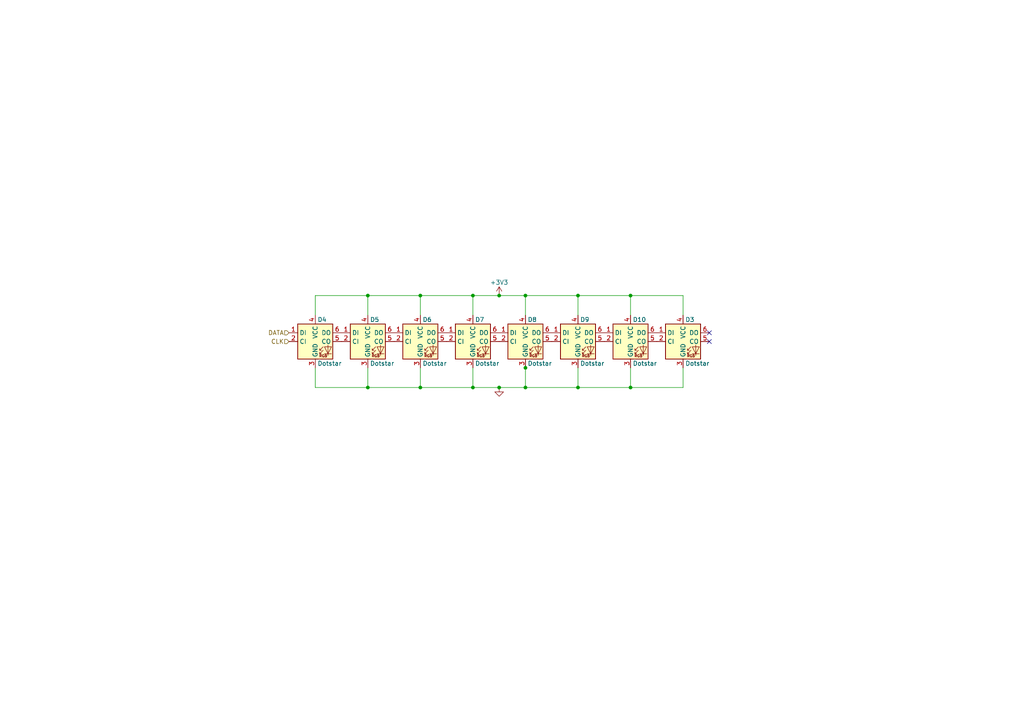
<source format=kicad_sch>
(kicad_sch (version 20211123) (generator eeschema)
  (paper "A4")
  (title_block (title "Castor & Pollux") (date "2022-07-15") (rev "v5") (company "Winterbloom") (comment 1 "Alethea Flowers") (comment 2 "CERN-OHL-P v2") (comment 3 "gemini.wntr.dev"))
  (lib_symbols
    (symbol "power:+3V3" (power) (pin_names (offset 0))
      (property "Value" "+3V3" (at 0 3.556 0))
      (symbol "+3V3_0_1"
        (polyline (pts (xy -0.762 1.27) (xy 0 2.54)))
        (polyline (pts (xy 0 0) (xy 0 2.54)))
        (polyline (pts (xy 0 2.54) (xy 0.762 1.27)))
      )
      (symbol "+3V3_1_1"
        (pin power_in line (at 0 0 90) (length 0) hide (name "+3V3") (number "1"))
      )
    )
    (symbol "power:GND" (power) (pin_names (offset 0))
      (property "Value" "GND" (at 0 -3.81 0))
      (symbol "GND_0_1"
        (polyline (pts (xy 0 0) (xy 0 -1.27) (xy 1.27 -1.27) (xy 0 -2.54) (xy -1.27 -1.27) (xy 0 -1.27)))
      )
      (symbol "GND_1_1"
        (pin power_in line (at 0 0 270) (length 0) hide (name "GND") (number "1"))
      )
    )
    (symbol "winterbloom:Dotstar"
      (property "Reference" "D" (at -3.81 5.715 0))
      (property "Value" "Dotstar" (at 0.635 -5.715 0))
      (symbol "Dotstar_0_0"
        (text "RGB" (at 2.286 -4.191 0) (effects (font (size 0.762 0.762))))
      )
      (symbol "Dotstar_0_1"
        (polyline (pts (xy 1.27 -3.556) (xy 1.778 -3.556)))
        (polyline (pts (xy 1.27 -2.54) (xy 1.778 -2.54)))
        (polyline (pts (xy 4.699 -3.556) (xy 2.667 -3.556)))
        (polyline (pts (xy 2.286 -2.54) (xy 1.27 -3.556) (xy 1.27 -3.048)))
        (polyline (pts (xy 2.286 -1.524) (xy 1.27 -2.54) (xy 1.27 -2.032)))
        (polyline (pts (xy 3.683 -1.016) (xy 3.683 -3.556) (xy 3.683 -4.064)))
        (polyline (pts (xy 4.699 -1.524) (xy 2.667 -1.524) (xy 3.683 -3.556) (xy 4.699 -1.524)))
        (rectangle (start 5.08 5.08) (end -5.08 -5.08) (stroke (width 0.254)) (fill (type background)))
      )
      (symbol "Dotstar_1_1"
        (pin input line (at -7.62 2.54 0) (length 2.54) (name "DI") (number "1"))
        (pin input line (at -7.62 0 0) (length 2.54) (name "CI") (number "2"))
        (pin power_in line (at 0 -7.62 90) (length 2.54) (name "GND") (number "3"))
        (pin power_in line (at 0 7.62 270) (length 2.54) (name "VCC") (number "4"))
        (pin output line (at 7.62 0 180) (length 2.54) (name "CO") (number "5"))
        (pin output line (at 7.62 2.54 180) (length 2.54) (name "DO") (number "6"))
      )
    )
  )
  (junction (at 167.64 112.395))
  (junction (at 106.68 112.395))
  (junction (at 106.68 85.725))
  (junction (at 144.78 112.395))
  (junction (at 152.4 85.725))
  (junction (at 152.4 112.395))
  (junction (at 137.16 85.725))
  (junction (at 182.88 112.395))
  (junction (at 167.64 85.725))
  (junction (at 182.88 85.725))
  (junction (at 121.92 85.725))
  (junction (at 137.16 112.395))
  (junction (at 121.92 112.395))
  (junction (at 144.78 85.725))
  (junction (at 152.4 106.68))
  (no_connect (at 205.74 99.06))
  (no_connect (at 205.74 96.52))
  (wire (pts (xy 137.16 85.725) (xy 137.16 91.44)))
  (wire (pts (xy 121.92 85.725) (xy 121.92 91.44)))
  (wire (pts (xy 198.12 112.395) (xy 182.88 112.395)))
  (wire (pts (xy 182.88 85.725) (xy 167.64 85.725)))
  (wire (pts (xy 91.44 112.395) (xy 91.44 106.68)))
  (wire (pts (xy 182.88 106.68) (xy 182.88 112.395)))
  (wire (pts (xy 106.68 106.68) (xy 106.68 112.395)))
  (wire (pts (xy 152.4 112.395) (xy 144.78 112.395)))
  (wire (pts (xy 106.68 112.395) (xy 91.44 112.395)))
  (wire (pts (xy 121.92 106.68) (xy 121.92 112.395)))
  (wire (pts (xy 137.16 112.395) (xy 121.92 112.395)))
  (wire (pts (xy 182.88 112.395) (xy 167.64 112.395)))
  (wire (pts (xy 198.12 91.44) (xy 198.12 85.725)))
  (wire (pts (xy 152.4 85.725) (xy 152.4 91.44)))
  (wire (pts (xy 152.4 85.725) (xy 144.78 85.725)))
  (wire (pts (xy 182.88 85.725) (xy 182.88 91.44)))
  (wire (pts (xy 144.78 112.395) (xy 137.16 112.395)))
  (wire (pts (xy 137.16 85.725) (xy 144.78 85.725)))
  (wire (pts (xy 167.64 106.68) (xy 167.64 112.395)))
  (wire (pts (xy 121.92 112.395) (xy 106.68 112.395)))
  (wire (pts (xy 91.44 85.725) (xy 106.68 85.725)))
  (wire (pts (xy 106.68 85.725) (xy 106.68 91.44)))
  (wire (pts (xy 152.4 106.68) (xy 152.4 112.395)))
  (wire (pts (xy 152.4 106.045) (xy 152.4 106.68)))
  (wire (pts (xy 167.64 85.725) (xy 152.4 85.725)))
  (wire (pts (xy 106.68 85.725) (xy 121.92 85.725)))
  (wire (pts (xy 198.12 85.725) (xy 182.88 85.725)))
  (wire (pts (xy 121.92 85.725) (xy 137.16 85.725)))
  (wire (pts (xy 137.16 106.68) (xy 137.16 112.395)))
  (wire (pts (xy 167.64 85.725) (xy 167.64 91.44)))
  (wire (pts (xy 167.64 112.395) (xy 152.4 112.395)))
  (wire (pts (xy 198.12 106.68) (xy 198.12 112.395)))
  (wire (pts (xy 91.44 91.44) (xy 91.44 85.725)))
  (hierarchical_label "DATA" (shape input) (at 83.82 96.52 180))
  (hierarchical_label "CLK" (shape input) (at 83.82 99.06 180))
  (symbol (lib_id "winterbloom:Dotstar") (at 182.88 99.06 0) (unit 1)
    (property "Reference" "D10" (at 183.515 92.71 0) (effects (justify left)))
    (property "Value" "Dotstar" (at 183.515 105.41 0) (effects (justify left)))
    (property "Footprint" "winterbloom:LED_APA102_Dotstar_5050" (effects hide))
    (property "Datasheet" "https://www.alibaba.com/product-detail/High-Efficiency-SK9822-Similar-APA102-5050_62326807400.html" (effects hide))
    (property "mpn" "SK9822" (effects hide))
  )
  (symbol (lib_id "winterbloom:Dotstar") (at 167.64 99.06 0) (unit 1)
    (property "Reference" "D9" (at 168.275 92.71 0) (effects (justify left)))
    (property "Value" "Dotstar" (at 168.275 105.41 0) (effects (justify left)))
    (property "Footprint" "winterbloom:LED_APA102_Dotstar_5050" (effects hide))
    (property "Datasheet" "https://www.alibaba.com/product-detail/High-Efficiency-SK9822-Similar-APA102-5050_62326807400.html" (effects hide))
    (property "mpn" "SK9822" (effects hide))
  )
  (symbol (lib_id "winterbloom:Dotstar") (at 91.44 99.06 0) (unit 1)
    (property "Reference" "D4" (at 92.075 92.71 0) (effects (justify left)))
    (property "Value" "Dotstar" (at 92.075 105.41 0) (effects (justify left)))
    (property "Footprint" "winterbloom:LED_APA102_Dotstar_5050" (effects hide))
    (property "Datasheet" "https://www.alibaba.com/product-detail/High-Efficiency-SK9822-Similar-APA102-5050_62326807400.html" (effects hide))
    (property "mpn" "SK9822" (effects hide))
  )
  (symbol (lib_id "winterbloom:Dotstar") (at 152.4 99.06 0) (unit 1)
    (property "Reference" "D8" (at 153.035 92.71 0) (effects (justify left)))
    (property "Value" "Dotstar" (at 153.035 105.41 0) (effects (justify left)))
    (property "Footprint" "winterbloom:LED_APA102_Dotstar_5050" (effects hide))
    (property "Datasheet" "https://www.alibaba.com/product-detail/High-Efficiency-SK9822-Similar-APA102-5050_62326807400.html" (effects hide))
    (property "mpn" "SK9822" (effects hide))
  )
  (symbol (lib_id "winterbloom:Dotstar") (at 137.16 99.06 0) (unit 1)
    (property "Reference" "D7" (at 137.795 92.71 0) (effects (justify left)))
    (property "Value" "Dotstar" (at 137.795 105.41 0) (effects (justify left)))
    (property "Footprint" "winterbloom:LED_APA102_Dotstar_5050" (effects hide))
    (property "Datasheet" "https://www.alibaba.com/product-detail/High-Efficiency-SK9822-Similar-APA102-5050_62326807400.html" (effects hide))
    (property "mpn" "SK9822" (effects hide))
  )
  (symbol (lib_id "winterbloom:Dotstar") (at 198.12 99.06 0) (unit 1)
    (property "Reference" "D3" (at 198.755 92.71 0) (effects (justify left)))
    (property "Value" "Dotstar" (at 198.755 105.41 0) (effects (justify left)))
    (property "Footprint" "winterbloom:LED_APA102_Dotstar_5050" (effects hide))
    (property "Datasheet" "https://www.alibaba.com/product-detail/High-Efficiency-SK9822-Similar-APA102-5050_62326807400.html" (effects hide))
    (property "mpn" "SK9822" (effects hide))
  )
  (symbol (lib_id "winterbloom:Dotstar") (at 121.92 99.06 0) (unit 1)
    (property "Reference" "D6" (at 122.555 92.71 0) (effects (justify left)))
    (property "Value" "Dotstar" (at 122.555 105.41 0) (effects (justify left)))
    (property "Footprint" "winterbloom:LED_APA102_Dotstar_5050" (effects hide))
    (property "Datasheet" "https://www.alibaba.com/product-detail/High-Efficiency-SK9822-Similar-APA102-5050_62326807400.html" (effects hide))
    (property "mpn" "SK9822" (effects hide))
  )
  (symbol (lib_id "power:GND") (at 144.78 112.395 0) (unit 1)
    (property "Reference" "#PWR0162" (effects hide))
    (property "Value" "GND" (effects hide))
  )
  (symbol (lib_id "power:+3V3") (at 144.78 85.725 0) (unit 1)
    (property "Reference" "#PWR0159" (effects hide))
    (property "Value" "+3V3" (at 144.78 81.915 0))
  )
  (symbol (lib_id "winterbloom:Dotstar") (at 106.68 99.06 0) (unit 1)
    (property "Reference" "D5" (at 107.315 92.71 0) (effects (justify left)))
    (property "Value" "Dotstar" (at 107.315 105.41 0) (effects (justify left)))
    (property "Footprint" "winterbloom:LED_APA102_Dotstar_5050" (effects hide))
    (property "Datasheet" "https://www.alibaba.com/product-detail/High-Efficiency-SK9822-Similar-APA102-5050_62326807400.html" (effects hide))
    (property "mpn" "SK9822" (effects hide))
  )
)
</source>
